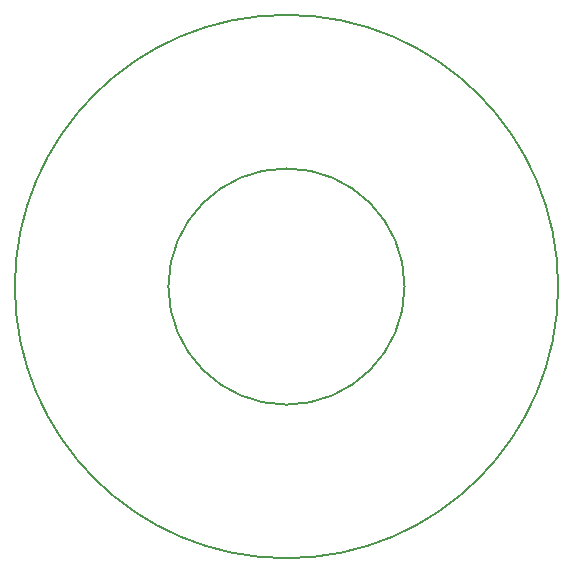
<source format=gm1>
%TF.GenerationSoftware,KiCad,Pcbnew,6.0.6-3a73a75311~116~ubuntu20.04.1*%
%TF.CreationDate,2022-09-22T10:25:09+01:00*%
%TF.ProjectId,UFOPulse,55464f50-756c-4736-952e-6b696361645f,rev?*%
%TF.SameCoordinates,Original*%
%TF.FileFunction,Profile,NP*%
%FSLAX46Y46*%
G04 Gerber Fmt 4.6, Leading zero omitted, Abs format (unit mm)*
G04 Created by KiCad (PCBNEW 6.0.6-3a73a75311~116~ubuntu20.04.1) date 2022-09-22 10:25:09*
%MOMM*%
%LPD*%
G01*
G04 APERTURE LIST*
%TA.AperFunction,Profile*%
%ADD10C,0.200000*%
%TD*%
G04 APERTURE END LIST*
D10*
X163544660Y-105111775D02*
G75*
G03*
X163544660Y-105111775I-22999999J0D01*
G01*
X150544660Y-105111775D02*
G75*
G03*
X150544660Y-105111775I-9999999J0D01*
G01*
M02*

</source>
